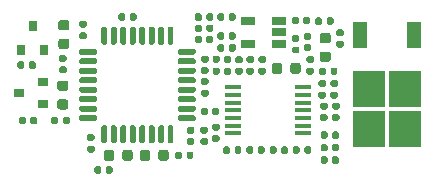
<source format=gtp>
G04 #@! TF.GenerationSoftware,KiCad,Pcbnew,(5.99.0-10483-ga6ad7a4a70)*
G04 #@! TF.CreationDate,2021-06-04T21:48:54+03:00*
G04 #@! TF.ProjectId,hellen1-wbo,68656c6c-656e-4312-9d77-626f2e6b6963,rev?*
G04 #@! TF.SameCoordinates,PX4a19ba0PY5aa5910*
G04 #@! TF.FileFunction,Paste,Top*
G04 #@! TF.FilePolarity,Positive*
%FSLAX46Y46*%
G04 Gerber Fmt 4.6, Leading zero omitted, Abs format (unit mm)*
G04 Created by KiCad (PCBNEW (5.99.0-10483-ga6ad7a4a70)) date 2021-06-04 21:48:54*
%MOMM*%
%LPD*%
G01*
G04 APERTURE LIST*
%ADD10R,0.900000X0.800000*%
%ADD11R,1.450000X0.450000*%
%ADD12R,2.750000X3.050000*%
%ADD13R,1.200000X2.200000*%
%ADD14R,1.220000X0.650000*%
%ADD15R,0.800000X0.900000*%
G04 APERTURE END LIST*
G04 #@! TO.C,C612*
G36*
G01*
X17422500Y9220000D02*
X17077500Y9220000D01*
G75*
G02*
X16930000Y9367500I0J147500D01*
G01*
X16930000Y9662500D01*
G75*
G02*
X17077500Y9810000I147500J0D01*
G01*
X17422500Y9810000D01*
G75*
G02*
X17570000Y9662500I0J-147500D01*
G01*
X17570000Y9367500D01*
G75*
G02*
X17422500Y9220000I-147500J0D01*
G01*
G37*
G36*
G01*
X17422500Y10190000D02*
X17077500Y10190000D01*
G75*
G02*
X16930000Y10337500I0J147500D01*
G01*
X16930000Y10632500D01*
G75*
G02*
X17077500Y10780000I147500J0D01*
G01*
X17422500Y10780000D01*
G75*
G02*
X17570000Y10632500I0J-147500D01*
G01*
X17570000Y10337500D01*
G75*
G02*
X17422500Y10190000I-147500J0D01*
G01*
G37*
G04 #@! TD*
G04 #@! TO.C,C605*
G36*
G01*
X26267500Y2957000D02*
X26267500Y2612000D01*
G75*
G02*
X26120000Y2464500I-147500J0D01*
G01*
X25825000Y2464500D01*
G75*
G02*
X25677500Y2612000I0J147500D01*
G01*
X25677500Y2957000D01*
G75*
G02*
X25825000Y3104500I147500J0D01*
G01*
X26120000Y3104500D01*
G75*
G02*
X26267500Y2957000I0J-147500D01*
G01*
G37*
G36*
G01*
X25297500Y2957000D02*
X25297500Y2612000D01*
G75*
G02*
X25150000Y2464500I-147500J0D01*
G01*
X24855000Y2464500D01*
G75*
G02*
X24707500Y2612000I0J147500D01*
G01*
X24707500Y2957000D01*
G75*
G02*
X24855000Y3104500I147500J0D01*
G01*
X25150000Y3104500D01*
G75*
G02*
X25297500Y2957000I0J-147500D01*
G01*
G37*
G04 #@! TD*
G04 #@! TO.C,C607*
G36*
G01*
X26930000Y9279500D02*
X26930000Y9624500D01*
G75*
G02*
X27077500Y9772000I147500J0D01*
G01*
X27372500Y9772000D01*
G75*
G02*
X27520000Y9624500I0J-147500D01*
G01*
X27520000Y9279500D01*
G75*
G02*
X27372500Y9132000I-147500J0D01*
G01*
X27077500Y9132000D01*
G75*
G02*
X26930000Y9279500I0J147500D01*
G01*
G37*
G36*
G01*
X27900000Y9279500D02*
X27900000Y9624500D01*
G75*
G02*
X28047500Y9772000I147500J0D01*
G01*
X28342500Y9772000D01*
G75*
G02*
X28490000Y9624500I0J-147500D01*
G01*
X28490000Y9279500D01*
G75*
G02*
X28342500Y9132000I-147500J0D01*
G01*
X28047500Y9132000D01*
G75*
G02*
X27900000Y9279500I0J147500D01*
G01*
G37*
G04 #@! TD*
G04 #@! TO.C,C613*
G36*
G01*
X1524000Y5118500D02*
X1524000Y5463500D01*
G75*
G02*
X1671500Y5611000I147500J0D01*
G01*
X1966500Y5611000D01*
G75*
G02*
X2114000Y5463500I0J-147500D01*
G01*
X2114000Y5118500D01*
G75*
G02*
X1966500Y4971000I-147500J0D01*
G01*
X1671500Y4971000D01*
G75*
G02*
X1524000Y5118500I0J147500D01*
G01*
G37*
G36*
G01*
X2494000Y5118500D02*
X2494000Y5463500D01*
G75*
G02*
X2641500Y5611000I147500J0D01*
G01*
X2936500Y5611000D01*
G75*
G02*
X3084000Y5463500I0J-147500D01*
G01*
X3084000Y5118500D01*
G75*
G02*
X2936500Y4971000I-147500J0D01*
G01*
X2641500Y4971000D01*
G75*
G02*
X2494000Y5118500I0J147500D01*
G01*
G37*
G04 #@! TD*
G04 #@! TO.C,C616*
G36*
G01*
X4968750Y8675000D02*
X5481250Y8675000D01*
G75*
G02*
X5700000Y8456250I0J-218750D01*
G01*
X5700000Y8018750D01*
G75*
G02*
X5481250Y7800000I-218750J0D01*
G01*
X4968750Y7800000D01*
G75*
G02*
X4750000Y8018750I0J218750D01*
G01*
X4750000Y8456250D01*
G75*
G02*
X4968750Y8675000I218750J0D01*
G01*
G37*
G36*
G01*
X4968750Y7100000D02*
X5481250Y7100000D01*
G75*
G02*
X5700000Y6881250I0J-218750D01*
G01*
X5700000Y6443750D01*
G75*
G02*
X5481250Y6225000I-218750J0D01*
G01*
X4968750Y6225000D01*
G75*
G02*
X4750000Y6443750I0J218750D01*
G01*
X4750000Y6881250D01*
G75*
G02*
X4968750Y7100000I218750J0D01*
G01*
G37*
G04 #@! TD*
G04 #@! TO.C,R609*
G36*
G01*
X22929000Y9449750D02*
X22929000Y9962250D01*
G75*
G02*
X23147750Y10181000I218750J0D01*
G01*
X23585250Y10181000D01*
G75*
G02*
X23804000Y9962250I0J-218750D01*
G01*
X23804000Y9449750D01*
G75*
G02*
X23585250Y9231000I-218750J0D01*
G01*
X23147750Y9231000D01*
G75*
G02*
X22929000Y9449750I0J218750D01*
G01*
G37*
G36*
G01*
X24504000Y9449750D02*
X24504000Y9962250D01*
G75*
G02*
X24722750Y10181000I218750J0D01*
G01*
X25160250Y10181000D01*
G75*
G02*
X25379000Y9962250I0J-218750D01*
G01*
X25379000Y9449750D01*
G75*
G02*
X25160250Y9231000I-218750J0D01*
G01*
X24722750Y9231000D01*
G75*
G02*
X24504000Y9449750I0J218750D01*
G01*
G37*
G04 #@! TD*
G04 #@! TO.C,R607*
G36*
G01*
X24299000Y2957000D02*
X24299000Y2612000D01*
G75*
G02*
X24151500Y2464500I-147500J0D01*
G01*
X23856500Y2464500D01*
G75*
G02*
X23709000Y2612000I0J147500D01*
G01*
X23709000Y2957000D01*
G75*
G02*
X23856500Y3104500I147500J0D01*
G01*
X24151500Y3104500D01*
G75*
G02*
X24299000Y2957000I0J-147500D01*
G01*
G37*
G36*
G01*
X23329000Y2957000D02*
X23329000Y2612000D01*
G75*
G02*
X23181500Y2464500I-147500J0D01*
G01*
X22886500Y2464500D01*
G75*
G02*
X22739000Y2612000I0J147500D01*
G01*
X22739000Y2957000D01*
G75*
G02*
X22886500Y3104500I147500J0D01*
G01*
X23181500Y3104500D01*
G75*
G02*
X23329000Y2957000I0J-147500D01*
G01*
G37*
G04 #@! TD*
G04 #@! TO.C,R601*
G36*
G01*
X27374500Y7148000D02*
X27029500Y7148000D01*
G75*
G02*
X26882000Y7295500I0J147500D01*
G01*
X26882000Y7590500D01*
G75*
G02*
X27029500Y7738000I147500J0D01*
G01*
X27374500Y7738000D01*
G75*
G02*
X27522000Y7590500I0J-147500D01*
G01*
X27522000Y7295500D01*
G75*
G02*
X27374500Y7148000I-147500J0D01*
G01*
G37*
G36*
G01*
X27374500Y8118000D02*
X27029500Y8118000D01*
G75*
G02*
X26882000Y8265500I0J147500D01*
G01*
X26882000Y8560500D01*
G75*
G02*
X27029500Y8708000I147500J0D01*
G01*
X27374500Y8708000D01*
G75*
G02*
X27522000Y8560500I0J-147500D01*
G01*
X27522000Y8265500D01*
G75*
G02*
X27374500Y8118000I-147500J0D01*
G01*
G37*
G04 #@! TD*
G04 #@! TO.C,R614*
G36*
G01*
X25777500Y12730000D02*
X26122500Y12730000D01*
G75*
G02*
X26270000Y12582500I0J-147500D01*
G01*
X26270000Y12287500D01*
G75*
G02*
X26122500Y12140000I-147500J0D01*
G01*
X25777500Y12140000D01*
G75*
G02*
X25630000Y12287500I0J147500D01*
G01*
X25630000Y12582500D01*
G75*
G02*
X25777500Y12730000I147500J0D01*
G01*
G37*
G36*
G01*
X25777500Y11760000D02*
X26122500Y11760000D01*
G75*
G02*
X26270000Y11612500I0J-147500D01*
G01*
X26270000Y11317500D01*
G75*
G02*
X26122500Y11170000I-147500J0D01*
G01*
X25777500Y11170000D01*
G75*
G02*
X25630000Y11317500I0J147500D01*
G01*
X25630000Y11612500D01*
G75*
G02*
X25777500Y11760000I147500J0D01*
G01*
G37*
G04 #@! TD*
G04 #@! TO.C,R615*
G36*
G01*
X24620000Y13577500D02*
X24620000Y13922500D01*
G75*
G02*
X24767500Y14070000I147500J0D01*
G01*
X25062500Y14070000D01*
G75*
G02*
X25210000Y13922500I0J-147500D01*
G01*
X25210000Y13577500D01*
G75*
G02*
X25062500Y13430000I-147500J0D01*
G01*
X24767500Y13430000D01*
G75*
G02*
X24620000Y13577500I0J147500D01*
G01*
G37*
G36*
G01*
X25590000Y13577500D02*
X25590000Y13922500D01*
G75*
G02*
X25737500Y14070000I147500J0D01*
G01*
X26032500Y14070000D01*
G75*
G02*
X26180000Y13922500I0J-147500D01*
G01*
X26180000Y13577500D01*
G75*
G02*
X26032500Y13430000I-147500J0D01*
G01*
X25737500Y13430000D01*
G75*
G02*
X25590000Y13577500I0J147500D01*
G01*
G37*
G04 #@! TD*
G04 #@! TO.C,R621*
G36*
G01*
X18320000Y13877500D02*
X18320000Y14222500D01*
G75*
G02*
X18467500Y14370000I147500J0D01*
G01*
X18762500Y14370000D01*
G75*
G02*
X18910000Y14222500I0J-147500D01*
G01*
X18910000Y13877500D01*
G75*
G02*
X18762500Y13730000I-147500J0D01*
G01*
X18467500Y13730000D01*
G75*
G02*
X18320000Y13877500I0J147500D01*
G01*
G37*
G36*
G01*
X19290000Y13877500D02*
X19290000Y14222500D01*
G75*
G02*
X19437500Y14370000I147500J0D01*
G01*
X19732500Y14370000D01*
G75*
G02*
X19880000Y14222500I0J-147500D01*
G01*
X19880000Y13877500D01*
G75*
G02*
X19732500Y13730000I-147500J0D01*
G01*
X19437500Y13730000D01*
G75*
G02*
X19290000Y13877500I0J147500D01*
G01*
G37*
G04 #@! TD*
G04 #@! TO.C,R619*
G36*
G01*
X22330500Y2957000D02*
X22330500Y2612000D01*
G75*
G02*
X22183000Y2464500I-147500J0D01*
G01*
X21888000Y2464500D01*
G75*
G02*
X21740500Y2612000I0J147500D01*
G01*
X21740500Y2957000D01*
G75*
G02*
X21888000Y3104500I147500J0D01*
G01*
X22183000Y3104500D01*
G75*
G02*
X22330500Y2957000I0J-147500D01*
G01*
G37*
G36*
G01*
X21360500Y2957000D02*
X21360500Y2612000D01*
G75*
G02*
X21213000Y2464500I-147500J0D01*
G01*
X20918000Y2464500D01*
G75*
G02*
X20770500Y2612000I0J147500D01*
G01*
X20770500Y2957000D01*
G75*
G02*
X20918000Y3104500I147500J0D01*
G01*
X21213000Y3104500D01*
G75*
G02*
X21360500Y2957000I0J-147500D01*
G01*
G37*
G04 #@! TD*
G04 #@! TO.C,R620*
G36*
G01*
X20362000Y2957000D02*
X20362000Y2612000D01*
G75*
G02*
X20214500Y2464500I-147500J0D01*
G01*
X19919500Y2464500D01*
G75*
G02*
X19772000Y2612000I0J147500D01*
G01*
X19772000Y2957000D01*
G75*
G02*
X19919500Y3104500I147500J0D01*
G01*
X20214500Y3104500D01*
G75*
G02*
X20362000Y2957000I0J-147500D01*
G01*
G37*
G36*
G01*
X19392000Y2957000D02*
X19392000Y2612000D01*
G75*
G02*
X19244500Y2464500I-147500J0D01*
G01*
X18949500Y2464500D01*
G75*
G02*
X18802000Y2612000I0J147500D01*
G01*
X18802000Y2957000D01*
G75*
G02*
X18949500Y3104500I147500J0D01*
G01*
X19244500Y3104500D01*
G75*
G02*
X19392000Y2957000I0J-147500D01*
G01*
G37*
G04 #@! TD*
G04 #@! TO.C,R606*
G36*
G01*
X26358500Y9180000D02*
X26013500Y9180000D01*
G75*
G02*
X25866000Y9327500I0J147500D01*
G01*
X25866000Y9622500D01*
G75*
G02*
X26013500Y9770000I147500J0D01*
G01*
X26358500Y9770000D01*
G75*
G02*
X26506000Y9622500I0J-147500D01*
G01*
X26506000Y9327500D01*
G75*
G02*
X26358500Y9180000I-147500J0D01*
G01*
G37*
G36*
G01*
X26358500Y10150000D02*
X26013500Y10150000D01*
G75*
G02*
X25866000Y10297500I0J147500D01*
G01*
X25866000Y10592500D01*
G75*
G02*
X26013500Y10740000I147500J0D01*
G01*
X26358500Y10740000D01*
G75*
G02*
X26506000Y10592500I0J-147500D01*
G01*
X26506000Y10297500D01*
G75*
G02*
X26358500Y10150000I-147500J0D01*
G01*
G37*
G04 #@! TD*
D10*
G04 #@! TO.C,U604*
X3558000Y6652400D03*
X3558000Y8552400D03*
X1558000Y7602400D03*
G04 #@! TD*
D11*
G04 #@! TO.C,U600*
X19680000Y8100000D03*
X19680000Y7450000D03*
X19680000Y6800000D03*
X19680000Y6150000D03*
X19680000Y5500000D03*
X19680000Y4850000D03*
X19680000Y4200000D03*
X25580000Y4200000D03*
X25580000Y4850000D03*
X25580000Y5500000D03*
X25580000Y6150000D03*
X25580000Y6800000D03*
X25580000Y7450000D03*
X25580000Y8100000D03*
G04 #@! TD*
G04 #@! TO.C,C600*
G36*
G01*
X28390500Y7148000D02*
X28045500Y7148000D01*
G75*
G02*
X27898000Y7295500I0J147500D01*
G01*
X27898000Y7590500D01*
G75*
G02*
X28045500Y7738000I147500J0D01*
G01*
X28390500Y7738000D01*
G75*
G02*
X28538000Y7590500I0J-147500D01*
G01*
X28538000Y7295500D01*
G75*
G02*
X28390500Y7148000I-147500J0D01*
G01*
G37*
G36*
G01*
X28390500Y8118000D02*
X28045500Y8118000D01*
G75*
G02*
X27898000Y8265500I0J147500D01*
G01*
X27898000Y8560500D01*
G75*
G02*
X28045500Y8708000I147500J0D01*
G01*
X28390500Y8708000D01*
G75*
G02*
X28538000Y8560500I0J-147500D01*
G01*
X28538000Y8265500D01*
G75*
G02*
X28390500Y8118000I-147500J0D01*
G01*
G37*
G04 #@! TD*
G04 #@! TO.C,C608*
G36*
G01*
X16420000Y12927500D02*
X16420000Y13272500D01*
G75*
G02*
X16567500Y13420000I147500J0D01*
G01*
X16862500Y13420000D01*
G75*
G02*
X17010000Y13272500I0J-147500D01*
G01*
X17010000Y12927500D01*
G75*
G02*
X16862500Y12780000I-147500J0D01*
G01*
X16567500Y12780000D01*
G75*
G02*
X16420000Y12927500I0J147500D01*
G01*
G37*
G36*
G01*
X17390000Y12927500D02*
X17390000Y13272500D01*
G75*
G02*
X17537500Y13420000I147500J0D01*
G01*
X17832500Y13420000D01*
G75*
G02*
X17980000Y13272500I0J-147500D01*
G01*
X17980000Y12927500D01*
G75*
G02*
X17832500Y12780000I-147500J0D01*
G01*
X17537500Y12780000D01*
G75*
G02*
X17390000Y12927500I0J147500D01*
G01*
G37*
G04 #@! TD*
G04 #@! TO.C,R624*
G36*
G01*
X17980000Y14222500D02*
X17980000Y13877500D01*
G75*
G02*
X17832500Y13730000I-147500J0D01*
G01*
X17537500Y13730000D01*
G75*
G02*
X17390000Y13877500I0J147500D01*
G01*
X17390000Y14222500D01*
G75*
G02*
X17537500Y14370000I147500J0D01*
G01*
X17832500Y14370000D01*
G75*
G02*
X17980000Y14222500I0J-147500D01*
G01*
G37*
G36*
G01*
X17010000Y14222500D02*
X17010000Y13877500D01*
G75*
G02*
X16862500Y13730000I-147500J0D01*
G01*
X16567500Y13730000D01*
G75*
G02*
X16420000Y13877500I0J147500D01*
G01*
X16420000Y14222500D01*
G75*
G02*
X16567500Y14370000I147500J0D01*
G01*
X16862500Y14370000D01*
G75*
G02*
X17010000Y14222500I0J-147500D01*
G01*
G37*
G04 #@! TD*
G04 #@! TO.C,C611*
G36*
G01*
X17077500Y8880000D02*
X17422500Y8880000D01*
G75*
G02*
X17570000Y8732500I0J-147500D01*
G01*
X17570000Y8437500D01*
G75*
G02*
X17422500Y8290000I-147500J0D01*
G01*
X17077500Y8290000D01*
G75*
G02*
X16930000Y8437500I0J147500D01*
G01*
X16930000Y8732500D01*
G75*
G02*
X17077500Y8880000I147500J0D01*
G01*
G37*
G36*
G01*
X17077500Y7910000D02*
X17422500Y7910000D01*
G75*
G02*
X17570000Y7762500I0J-147500D01*
G01*
X17570000Y7467500D01*
G75*
G02*
X17422500Y7320000I-147500J0D01*
G01*
X17077500Y7320000D01*
G75*
G02*
X16930000Y7467500I0J147500D01*
G01*
X16930000Y7762500D01*
G75*
G02*
X17077500Y7910000I147500J0D01*
G01*
G37*
G04 #@! TD*
G04 #@! TO.C,R622*
G36*
G01*
X28872500Y11470000D02*
X28527500Y11470000D01*
G75*
G02*
X28380000Y11617500I0J147500D01*
G01*
X28380000Y11912500D01*
G75*
G02*
X28527500Y12060000I147500J0D01*
G01*
X28872500Y12060000D01*
G75*
G02*
X29020000Y11912500I0J-147500D01*
G01*
X29020000Y11617500D01*
G75*
G02*
X28872500Y11470000I-147500J0D01*
G01*
G37*
G36*
G01*
X28872500Y12440000D02*
X28527500Y12440000D01*
G75*
G02*
X28380000Y12587500I0J147500D01*
G01*
X28380000Y12882500D01*
G75*
G02*
X28527500Y13030000I147500J0D01*
G01*
X28872500Y13030000D01*
G75*
G02*
X29020000Y12882500I0J-147500D01*
G01*
X29020000Y12587500D01*
G75*
G02*
X28872500Y12440000I-147500J0D01*
G01*
G37*
G04 #@! TD*
G04 #@! TO.C,R617*
G36*
G01*
X9935000Y13877500D02*
X9935000Y14222500D01*
G75*
G02*
X10082500Y14370000I147500J0D01*
G01*
X10377500Y14370000D01*
G75*
G02*
X10525000Y14222500I0J-147500D01*
G01*
X10525000Y13877500D01*
G75*
G02*
X10377500Y13730000I-147500J0D01*
G01*
X10082500Y13730000D01*
G75*
G02*
X9935000Y13877500I0J147500D01*
G01*
G37*
G36*
G01*
X10905000Y13877500D02*
X10905000Y14222500D01*
G75*
G02*
X11052500Y14370000I147500J0D01*
G01*
X11347500Y14370000D01*
G75*
G02*
X11495000Y14222500I0J-147500D01*
G01*
X11495000Y13877500D01*
G75*
G02*
X11347500Y13730000I-147500J0D01*
G01*
X11052500Y13730000D01*
G75*
G02*
X10905000Y13877500I0J147500D01*
G01*
G37*
G04 #@! TD*
G04 #@! TO.C,C614*
G36*
G01*
X15877500Y4780000D02*
X16222500Y4780000D01*
G75*
G02*
X16370000Y4632500I0J-147500D01*
G01*
X16370000Y4337500D01*
G75*
G02*
X16222500Y4190000I-147500J0D01*
G01*
X15877500Y4190000D01*
G75*
G02*
X15730000Y4337500I0J147500D01*
G01*
X15730000Y4632500D01*
G75*
G02*
X15877500Y4780000I147500J0D01*
G01*
G37*
G36*
G01*
X15877500Y3810000D02*
X16222500Y3810000D01*
G75*
G02*
X16370000Y3662500I0J-147500D01*
G01*
X16370000Y3367500D01*
G75*
G02*
X16222500Y3220000I-147500J0D01*
G01*
X15877500Y3220000D01*
G75*
G02*
X15730000Y3367500I0J147500D01*
G01*
X15730000Y3662500D01*
G75*
G02*
X15877500Y3810000I147500J0D01*
G01*
G37*
G04 #@! TD*
G04 #@! TO.C,C615*
G36*
G01*
X7122500Y12170000D02*
X6777500Y12170000D01*
G75*
G02*
X6630000Y12317500I0J147500D01*
G01*
X6630000Y12612500D01*
G75*
G02*
X6777500Y12760000I147500J0D01*
G01*
X7122500Y12760000D01*
G75*
G02*
X7270000Y12612500I0J-147500D01*
G01*
X7270000Y12317500D01*
G75*
G02*
X7122500Y12170000I-147500J0D01*
G01*
G37*
G36*
G01*
X7122500Y13140000D02*
X6777500Y13140000D01*
G75*
G02*
X6630000Y13287500I0J147500D01*
G01*
X6630000Y13582500D01*
G75*
G02*
X6777500Y13730000I147500J0D01*
G01*
X7122500Y13730000D01*
G75*
G02*
X7270000Y13582500I0J-147500D01*
G01*
X7270000Y13287500D01*
G75*
G02*
X7122500Y13140000I-147500J0D01*
G01*
G37*
G04 #@! TD*
D12*
G04 #@! TO.C,Q600*
X34225000Y7950000D03*
X31175000Y7950000D03*
X34225000Y4600000D03*
X31175000Y4600000D03*
D13*
X34980000Y12575000D03*
X30420000Y12575000D03*
G04 #@! TD*
G04 #@! TO.C,R612*
G36*
G01*
X27055000Y1777500D02*
X27055000Y2122500D01*
G75*
G02*
X27202500Y2270000I147500J0D01*
G01*
X27497500Y2270000D01*
G75*
G02*
X27645000Y2122500I0J-147500D01*
G01*
X27645000Y1777500D01*
G75*
G02*
X27497500Y1630000I-147500J0D01*
G01*
X27202500Y1630000D01*
G75*
G02*
X27055000Y1777500I0J147500D01*
G01*
G37*
G36*
G01*
X28025000Y1777500D02*
X28025000Y2122500D01*
G75*
G02*
X28172500Y2270000I147500J0D01*
G01*
X28467500Y2270000D01*
G75*
G02*
X28615000Y2122500I0J-147500D01*
G01*
X28615000Y1777500D01*
G75*
G02*
X28467500Y1630000I-147500J0D01*
G01*
X28172500Y1630000D01*
G75*
G02*
X28025000Y1777500I0J147500D01*
G01*
G37*
G04 #@! TD*
G04 #@! TO.C,R618*
G36*
G01*
X17372500Y3220000D02*
X17027500Y3220000D01*
G75*
G02*
X16880000Y3367500I0J147500D01*
G01*
X16880000Y3662500D01*
G75*
G02*
X17027500Y3810000I147500J0D01*
G01*
X17372500Y3810000D01*
G75*
G02*
X17520000Y3662500I0J-147500D01*
G01*
X17520000Y3367500D01*
G75*
G02*
X17372500Y3220000I-147500J0D01*
G01*
G37*
G36*
G01*
X17372500Y4190000D02*
X17027500Y4190000D01*
G75*
G02*
X16880000Y4337500I0J147500D01*
G01*
X16880000Y4632500D01*
G75*
G02*
X17027500Y4780000I147500J0D01*
G01*
X17372500Y4780000D01*
G75*
G02*
X17520000Y4632500I0J-147500D01*
G01*
X17520000Y4337500D01*
G75*
G02*
X17372500Y4190000I-147500J0D01*
G01*
G37*
G04 #@! TD*
G04 #@! TO.C,R616*
G36*
G01*
X26605000Y13527500D02*
X26605000Y13872500D01*
G75*
G02*
X26752500Y14020000I147500J0D01*
G01*
X27047500Y14020000D01*
G75*
G02*
X27195000Y13872500I0J-147500D01*
G01*
X27195000Y13527500D01*
G75*
G02*
X27047500Y13380000I-147500J0D01*
G01*
X26752500Y13380000D01*
G75*
G02*
X26605000Y13527500I0J147500D01*
G01*
G37*
G36*
G01*
X27575000Y13527500D02*
X27575000Y13872500D01*
G75*
G02*
X27722500Y14020000I147500J0D01*
G01*
X28017500Y14020000D01*
G75*
G02*
X28165000Y13872500I0J-147500D01*
G01*
X28165000Y13527500D01*
G75*
G02*
X28017500Y13380000I-147500J0D01*
G01*
X27722500Y13380000D01*
G75*
G02*
X27575000Y13527500I0J147500D01*
G01*
G37*
G04 #@! TD*
G04 #@! TO.C,R623*
G36*
G01*
X18012500Y5025000D02*
X18357500Y5025000D01*
G75*
G02*
X18505000Y4877500I0J-147500D01*
G01*
X18505000Y4582500D01*
G75*
G02*
X18357500Y4435000I-147500J0D01*
G01*
X18012500Y4435000D01*
G75*
G02*
X17865000Y4582500I0J147500D01*
G01*
X17865000Y4877500D01*
G75*
G02*
X18012500Y5025000I147500J0D01*
G01*
G37*
G36*
G01*
X18012500Y4055000D02*
X18357500Y4055000D01*
G75*
G02*
X18505000Y3907500I0J-147500D01*
G01*
X18505000Y3612500D01*
G75*
G02*
X18357500Y3465000I-147500J0D01*
G01*
X18012500Y3465000D01*
G75*
G02*
X17865000Y3612500I0J147500D01*
G01*
X17865000Y3907500D01*
G75*
G02*
X18012500Y4055000I147500J0D01*
G01*
G37*
G04 #@! TD*
G04 #@! TO.C,R625*
G36*
G01*
X4270000Y5127500D02*
X4270000Y5472500D01*
G75*
G02*
X4417500Y5620000I147500J0D01*
G01*
X4712500Y5620000D01*
G75*
G02*
X4860000Y5472500I0J-147500D01*
G01*
X4860000Y5127500D01*
G75*
G02*
X4712500Y4980000I-147500J0D01*
G01*
X4417500Y4980000D01*
G75*
G02*
X4270000Y5127500I0J147500D01*
G01*
G37*
G36*
G01*
X5240000Y5127500D02*
X5240000Y5472500D01*
G75*
G02*
X5387500Y5620000I147500J0D01*
G01*
X5682500Y5620000D01*
G75*
G02*
X5830000Y5472500I0J-147500D01*
G01*
X5830000Y5127500D01*
G75*
G02*
X5682500Y4980000I-147500J0D01*
G01*
X5387500Y4980000D01*
G75*
G02*
X5240000Y5127500I0J147500D01*
G01*
G37*
G04 #@! TD*
G04 #@! TO.C,D601*
G36*
G01*
X14203000Y2596250D02*
X14203000Y2083750D01*
G75*
G02*
X13984250Y1865000I-218750J0D01*
G01*
X13546750Y1865000D01*
G75*
G02*
X13328000Y2083750I0J218750D01*
G01*
X13328000Y2596250D01*
G75*
G02*
X13546750Y2815000I218750J0D01*
G01*
X13984250Y2815000D01*
G75*
G02*
X14203000Y2596250I0J-218750D01*
G01*
G37*
G36*
G01*
X12628000Y2596250D02*
X12628000Y2083750D01*
G75*
G02*
X12409250Y1865000I-218750J0D01*
G01*
X11971750Y1865000D01*
G75*
G02*
X11753000Y2083750I0J218750D01*
G01*
X11753000Y2596250D01*
G75*
G02*
X11971750Y2815000I218750J0D01*
G01*
X12409250Y2815000D01*
G75*
G02*
X12628000Y2596250I0J-218750D01*
G01*
G37*
G04 #@! TD*
G04 #@! TO.C,R626*
G36*
G01*
X16298000Y2512500D02*
X16298000Y2167500D01*
G75*
G02*
X16150500Y2020000I-147500J0D01*
G01*
X15855500Y2020000D01*
G75*
G02*
X15708000Y2167500I0J147500D01*
G01*
X15708000Y2512500D01*
G75*
G02*
X15855500Y2660000I147500J0D01*
G01*
X16150500Y2660000D01*
G75*
G02*
X16298000Y2512500I0J-147500D01*
G01*
G37*
G36*
G01*
X15328000Y2512500D02*
X15328000Y2167500D01*
G75*
G02*
X15180500Y2020000I-147500J0D01*
G01*
X14885500Y2020000D01*
G75*
G02*
X14738000Y2167500I0J147500D01*
G01*
X14738000Y2512500D01*
G75*
G02*
X14885500Y2660000I147500J0D01*
G01*
X15180500Y2660000D01*
G75*
G02*
X15328000Y2512500I0J-147500D01*
G01*
G37*
G04 #@! TD*
G04 #@! TO.C,R604*
G36*
G01*
X19473000Y9624500D02*
X19473000Y9279500D01*
G75*
G02*
X19325500Y9132000I-147500J0D01*
G01*
X19030500Y9132000D01*
G75*
G02*
X18883000Y9279500I0J147500D01*
G01*
X18883000Y9624500D01*
G75*
G02*
X19030500Y9772000I147500J0D01*
G01*
X19325500Y9772000D01*
G75*
G02*
X19473000Y9624500I0J-147500D01*
G01*
G37*
G36*
G01*
X18503000Y9624500D02*
X18503000Y9279500D01*
G75*
G02*
X18355500Y9132000I-147500J0D01*
G01*
X18060500Y9132000D01*
G75*
G02*
X17913000Y9279500I0J147500D01*
G01*
X17913000Y9624500D01*
G75*
G02*
X18060500Y9772000I147500J0D01*
G01*
X18355500Y9772000D01*
G75*
G02*
X18503000Y9624500I0J-147500D01*
G01*
G37*
G04 #@! TD*
G04 #@! TO.C,R605*
G36*
G01*
X20933500Y10740000D02*
X21278500Y10740000D01*
G75*
G02*
X21426000Y10592500I0J-147500D01*
G01*
X21426000Y10297500D01*
G75*
G02*
X21278500Y10150000I-147500J0D01*
G01*
X20933500Y10150000D01*
G75*
G02*
X20786000Y10297500I0J147500D01*
G01*
X20786000Y10592500D01*
G75*
G02*
X20933500Y10740000I147500J0D01*
G01*
G37*
G36*
G01*
X20933500Y9770000D02*
X21278500Y9770000D01*
G75*
G02*
X21426000Y9622500I0J-147500D01*
G01*
X21426000Y9327500D01*
G75*
G02*
X21278500Y9180000I-147500J0D01*
G01*
X20933500Y9180000D01*
G75*
G02*
X20786000Y9327500I0J147500D01*
G01*
X20786000Y9622500D01*
G75*
G02*
X20933500Y9770000I147500J0D01*
G01*
G37*
G04 #@! TD*
G04 #@! TO.C,R608*
G36*
G01*
X19977500Y10740000D02*
X20322500Y10740000D01*
G75*
G02*
X20470000Y10592500I0J-147500D01*
G01*
X20470000Y10297500D01*
G75*
G02*
X20322500Y10150000I-147500J0D01*
G01*
X19977500Y10150000D01*
G75*
G02*
X19830000Y10297500I0J147500D01*
G01*
X19830000Y10592500D01*
G75*
G02*
X19977500Y10740000I147500J0D01*
G01*
G37*
G36*
G01*
X19977500Y9770000D02*
X20322500Y9770000D01*
G75*
G02*
X20470000Y9622500I0J-147500D01*
G01*
X20470000Y9327500D01*
G75*
G02*
X20322500Y9180000I-147500J0D01*
G01*
X19977500Y9180000D01*
G75*
G02*
X19830000Y9327500I0J147500D01*
G01*
X19830000Y9622500D01*
G75*
G02*
X19977500Y9770000I147500J0D01*
G01*
G37*
G04 #@! TD*
G04 #@! TO.C,C603*
G36*
G01*
X19473000Y10640500D02*
X19473000Y10295500D01*
G75*
G02*
X19325500Y10148000I-147500J0D01*
G01*
X19030500Y10148000D01*
G75*
G02*
X18883000Y10295500I0J147500D01*
G01*
X18883000Y10640500D01*
G75*
G02*
X19030500Y10788000I147500J0D01*
G01*
X19325500Y10788000D01*
G75*
G02*
X19473000Y10640500I0J-147500D01*
G01*
G37*
G36*
G01*
X18503000Y10640500D02*
X18503000Y10295500D01*
G75*
G02*
X18355500Y10148000I-147500J0D01*
G01*
X18060500Y10148000D01*
G75*
G02*
X17913000Y10295500I0J147500D01*
G01*
X17913000Y10640500D01*
G75*
G02*
X18060500Y10788000I147500J0D01*
G01*
X18355500Y10788000D01*
G75*
G02*
X18503000Y10640500I0J-147500D01*
G01*
G37*
G04 #@! TD*
D14*
G04 #@! TO.C,U601*
X23560000Y11800000D03*
X23560000Y12750000D03*
X23560000Y13700000D03*
X20940000Y13700000D03*
X20940000Y11800000D03*
G04 #@! TD*
G04 #@! TO.C,R603*
G36*
G01*
X21949500Y10740000D02*
X22294500Y10740000D01*
G75*
G02*
X22442000Y10592500I0J-147500D01*
G01*
X22442000Y10297500D01*
G75*
G02*
X22294500Y10150000I-147500J0D01*
G01*
X21949500Y10150000D01*
G75*
G02*
X21802000Y10297500I0J147500D01*
G01*
X21802000Y10592500D01*
G75*
G02*
X21949500Y10740000I147500J0D01*
G01*
G37*
G36*
G01*
X21949500Y9770000D02*
X22294500Y9770000D01*
G75*
G02*
X22442000Y9622500I0J-147500D01*
G01*
X22442000Y9327500D01*
G75*
G02*
X22294500Y9180000I-147500J0D01*
G01*
X21949500Y9180000D01*
G75*
G02*
X21802000Y9327500I0J147500D01*
G01*
X21802000Y9622500D01*
G75*
G02*
X21949500Y9770000I147500J0D01*
G01*
G37*
G04 #@! TD*
G04 #@! TO.C,R613*
G36*
G01*
X24777500Y12530000D02*
X25122500Y12530000D01*
G75*
G02*
X25270000Y12382500I0J-147500D01*
G01*
X25270000Y12087500D01*
G75*
G02*
X25122500Y11940000I-147500J0D01*
G01*
X24777500Y11940000D01*
G75*
G02*
X24630000Y12087500I0J147500D01*
G01*
X24630000Y12382500D01*
G75*
G02*
X24777500Y12530000I147500J0D01*
G01*
G37*
G36*
G01*
X24777500Y11560000D02*
X25122500Y11560000D01*
G75*
G02*
X25270000Y11412500I0J-147500D01*
G01*
X25270000Y11117500D01*
G75*
G02*
X25122500Y10970000I-147500J0D01*
G01*
X24777500Y10970000D01*
G75*
G02*
X24630000Y11117500I0J147500D01*
G01*
X24630000Y11412500D01*
G75*
G02*
X24777500Y11560000I147500J0D01*
G01*
G37*
G04 #@! TD*
G04 #@! TO.C,C601*
G36*
G01*
X28172500Y6803000D02*
X28517500Y6803000D01*
G75*
G02*
X28665000Y6655500I0J-147500D01*
G01*
X28665000Y6360500D01*
G75*
G02*
X28517500Y6213000I-147500J0D01*
G01*
X28172500Y6213000D01*
G75*
G02*
X28025000Y6360500I0J147500D01*
G01*
X28025000Y6655500D01*
G75*
G02*
X28172500Y6803000I147500J0D01*
G01*
G37*
G36*
G01*
X28172500Y5833000D02*
X28517500Y5833000D01*
G75*
G02*
X28665000Y5685500I0J-147500D01*
G01*
X28665000Y5390500D01*
G75*
G02*
X28517500Y5243000I-147500J0D01*
G01*
X28172500Y5243000D01*
G75*
G02*
X28025000Y5390500I0J147500D01*
G01*
X28025000Y5685500D01*
G75*
G02*
X28172500Y5833000I147500J0D01*
G01*
G37*
G04 #@! TD*
G04 #@! TO.C,D600*
G36*
G01*
X27712250Y10259000D02*
X27199750Y10259000D01*
G75*
G02*
X26981000Y10477750I0J218750D01*
G01*
X26981000Y10915250D01*
G75*
G02*
X27199750Y11134000I218750J0D01*
G01*
X27712250Y11134000D01*
G75*
G02*
X27931000Y10915250I0J-218750D01*
G01*
X27931000Y10477750D01*
G75*
G02*
X27712250Y10259000I-218750J0D01*
G01*
G37*
G36*
G01*
X27712250Y11834000D02*
X27199750Y11834000D01*
G75*
G02*
X26981000Y12052750I0J218750D01*
G01*
X26981000Y12490250D01*
G75*
G02*
X27199750Y12709000I218750J0D01*
G01*
X27712250Y12709000D01*
G75*
G02*
X27931000Y12490250I0J-218750D01*
G01*
X27931000Y12052750D01*
G75*
G02*
X27712250Y11834000I-218750J0D01*
G01*
G37*
G04 #@! TD*
G04 #@! TO.C,R610*
G36*
G01*
X27055000Y3877500D02*
X27055000Y4222500D01*
G75*
G02*
X27202500Y4370000I147500J0D01*
G01*
X27497500Y4370000D01*
G75*
G02*
X27645000Y4222500I0J-147500D01*
G01*
X27645000Y3877500D01*
G75*
G02*
X27497500Y3730000I-147500J0D01*
G01*
X27202500Y3730000D01*
G75*
G02*
X27055000Y3877500I0J147500D01*
G01*
G37*
G36*
G01*
X28025000Y3877500D02*
X28025000Y4222500D01*
G75*
G02*
X28172500Y4370000I147500J0D01*
G01*
X28467500Y4370000D01*
G75*
G02*
X28615000Y4222500I0J-147500D01*
G01*
X28615000Y3877500D01*
G75*
G02*
X28467500Y3730000I-147500J0D01*
G01*
X28172500Y3730000D01*
G75*
G02*
X28025000Y3877500I0J147500D01*
G01*
G37*
G04 #@! TD*
G04 #@! TO.C,R611*
G36*
G01*
X28615000Y3172500D02*
X28615000Y2827500D01*
G75*
G02*
X28467500Y2680000I-147500J0D01*
G01*
X28172500Y2680000D01*
G75*
G02*
X28025000Y2827500I0J147500D01*
G01*
X28025000Y3172500D01*
G75*
G02*
X28172500Y3320000I147500J0D01*
G01*
X28467500Y3320000D01*
G75*
G02*
X28615000Y3172500I0J-147500D01*
G01*
G37*
G36*
G01*
X27645000Y3172500D02*
X27645000Y2827500D01*
G75*
G02*
X27497500Y2680000I-147500J0D01*
G01*
X27202500Y2680000D01*
G75*
G02*
X27055000Y2827500I0J147500D01*
G01*
X27055000Y3172500D01*
G75*
G02*
X27202500Y3320000I147500J0D01*
G01*
X27497500Y3320000D01*
G75*
G02*
X27645000Y3172500I0J-147500D01*
G01*
G37*
G04 #@! TD*
G04 #@! TO.C,D602*
G36*
G01*
X8705000Y2083750D02*
X8705000Y2596250D01*
G75*
G02*
X8923750Y2815000I218750J0D01*
G01*
X9361250Y2815000D01*
G75*
G02*
X9580000Y2596250I0J-218750D01*
G01*
X9580000Y2083750D01*
G75*
G02*
X9361250Y1865000I-218750J0D01*
G01*
X8923750Y1865000D01*
G75*
G02*
X8705000Y2083750I0J218750D01*
G01*
G37*
G36*
G01*
X10280000Y2083750D02*
X10280000Y2596250D01*
G75*
G02*
X10498750Y2815000I218750J0D01*
G01*
X10936250Y2815000D01*
G75*
G02*
X11155000Y2596250I0J-218750D01*
G01*
X11155000Y2083750D01*
G75*
G02*
X10936250Y1865000I-218750J0D01*
G01*
X10498750Y1865000D01*
G75*
G02*
X10280000Y2083750I0J218750D01*
G01*
G37*
G04 #@! TD*
G04 #@! TO.C,R627*
G36*
G01*
X7885000Y927500D02*
X7885000Y1272500D01*
G75*
G02*
X8032500Y1420000I147500J0D01*
G01*
X8327500Y1420000D01*
G75*
G02*
X8475000Y1272500I0J-147500D01*
G01*
X8475000Y927500D01*
G75*
G02*
X8327500Y780000I-147500J0D01*
G01*
X8032500Y780000D01*
G75*
G02*
X7885000Y927500I0J147500D01*
G01*
G37*
G36*
G01*
X8855000Y927500D02*
X8855000Y1272500D01*
G75*
G02*
X9002500Y1420000I147500J0D01*
G01*
X9297500Y1420000D01*
G75*
G02*
X9445000Y1272500I0J-147500D01*
G01*
X9445000Y927500D01*
G75*
G02*
X9297500Y780000I-147500J0D01*
G01*
X9002500Y780000D01*
G75*
G02*
X8855000Y927500I0J147500D01*
G01*
G37*
G04 #@! TD*
G04 #@! TO.C,C602*
G36*
G01*
X19880000Y11622500D02*
X19880000Y11277500D01*
G75*
G02*
X19732500Y11130000I-147500J0D01*
G01*
X19437500Y11130000D01*
G75*
G02*
X19290000Y11277500I0J147500D01*
G01*
X19290000Y11622500D01*
G75*
G02*
X19437500Y11770000I147500J0D01*
G01*
X19732500Y11770000D01*
G75*
G02*
X19880000Y11622500I0J-147500D01*
G01*
G37*
G36*
G01*
X18910000Y11622500D02*
X18910000Y11277500D01*
G75*
G02*
X18762500Y11130000I-147500J0D01*
G01*
X18467500Y11130000D01*
G75*
G02*
X18320000Y11277500I0J147500D01*
G01*
X18320000Y11622500D01*
G75*
G02*
X18467500Y11770000I147500J0D01*
G01*
X18762500Y11770000D01*
G75*
G02*
X18910000Y11622500I0J-147500D01*
G01*
G37*
G04 #@! TD*
G04 #@! TO.C,U602*
G36*
G01*
X16475000Y5625000D02*
X16475000Y5375000D01*
G75*
G02*
X16350000Y5250000I-125000J0D01*
G01*
X15100000Y5250000D01*
G75*
G02*
X14975000Y5375000I0J125000D01*
G01*
X14975000Y5625000D01*
G75*
G02*
X15100000Y5750000I125000J0D01*
G01*
X16350000Y5750000D01*
G75*
G02*
X16475000Y5625000I0J-125000D01*
G01*
G37*
G36*
G01*
X16475000Y6425000D02*
X16475000Y6175000D01*
G75*
G02*
X16350000Y6050000I-125000J0D01*
G01*
X15100000Y6050000D01*
G75*
G02*
X14975000Y6175000I0J125000D01*
G01*
X14975000Y6425000D01*
G75*
G02*
X15100000Y6550000I125000J0D01*
G01*
X16350000Y6550000D01*
G75*
G02*
X16475000Y6425000I0J-125000D01*
G01*
G37*
G36*
G01*
X16475000Y7225000D02*
X16475000Y6975000D01*
G75*
G02*
X16350000Y6850000I-125000J0D01*
G01*
X15100000Y6850000D01*
G75*
G02*
X14975000Y6975000I0J125000D01*
G01*
X14975000Y7225000D01*
G75*
G02*
X15100000Y7350000I125000J0D01*
G01*
X16350000Y7350000D01*
G75*
G02*
X16475000Y7225000I0J-125000D01*
G01*
G37*
G36*
G01*
X16475000Y8025000D02*
X16475000Y7775000D01*
G75*
G02*
X16350000Y7650000I-125000J0D01*
G01*
X15100000Y7650000D01*
G75*
G02*
X14975000Y7775000I0J125000D01*
G01*
X14975000Y8025000D01*
G75*
G02*
X15100000Y8150000I125000J0D01*
G01*
X16350000Y8150000D01*
G75*
G02*
X16475000Y8025000I0J-125000D01*
G01*
G37*
G36*
G01*
X16475000Y8825000D02*
X16475000Y8575000D01*
G75*
G02*
X16350000Y8450000I-125000J0D01*
G01*
X15100000Y8450000D01*
G75*
G02*
X14975000Y8575000I0J125000D01*
G01*
X14975000Y8825000D01*
G75*
G02*
X15100000Y8950000I125000J0D01*
G01*
X16350000Y8950000D01*
G75*
G02*
X16475000Y8825000I0J-125000D01*
G01*
G37*
G36*
G01*
X16475000Y9625000D02*
X16475000Y9375000D01*
G75*
G02*
X16350000Y9250000I-125000J0D01*
G01*
X15100000Y9250000D01*
G75*
G02*
X14975000Y9375000I0J125000D01*
G01*
X14975000Y9625000D01*
G75*
G02*
X15100000Y9750000I125000J0D01*
G01*
X16350000Y9750000D01*
G75*
G02*
X16475000Y9625000I0J-125000D01*
G01*
G37*
G36*
G01*
X16475000Y10425000D02*
X16475000Y10175000D01*
G75*
G02*
X16350000Y10050000I-125000J0D01*
G01*
X15100000Y10050000D01*
G75*
G02*
X14975000Y10175000I0J125000D01*
G01*
X14975000Y10425000D01*
G75*
G02*
X15100000Y10550000I125000J0D01*
G01*
X16350000Y10550000D01*
G75*
G02*
X16475000Y10425000I0J-125000D01*
G01*
G37*
G36*
G01*
X16475000Y11225000D02*
X16475000Y10975000D01*
G75*
G02*
X16350000Y10850000I-125000J0D01*
G01*
X15100000Y10850000D01*
G75*
G02*
X14975000Y10975000I0J125000D01*
G01*
X14975000Y11225000D01*
G75*
G02*
X15100000Y11350000I125000J0D01*
G01*
X16350000Y11350000D01*
G75*
G02*
X16475000Y11225000I0J-125000D01*
G01*
G37*
G36*
G01*
X14600000Y13100000D02*
X14600000Y11850000D01*
G75*
G02*
X14475000Y11725000I-125000J0D01*
G01*
X14225000Y11725000D01*
G75*
G02*
X14100000Y11850000I0J125000D01*
G01*
X14100000Y13100000D01*
G75*
G02*
X14225000Y13225000I125000J0D01*
G01*
X14475000Y13225000D01*
G75*
G02*
X14600000Y13100000I0J-125000D01*
G01*
G37*
G36*
G01*
X13800000Y13100000D02*
X13800000Y11850000D01*
G75*
G02*
X13675000Y11725000I-125000J0D01*
G01*
X13425000Y11725000D01*
G75*
G02*
X13300000Y11850000I0J125000D01*
G01*
X13300000Y13100000D01*
G75*
G02*
X13425000Y13225000I125000J0D01*
G01*
X13675000Y13225000D01*
G75*
G02*
X13800000Y13100000I0J-125000D01*
G01*
G37*
G36*
G01*
X13000000Y13100000D02*
X13000000Y11850000D01*
G75*
G02*
X12875000Y11725000I-125000J0D01*
G01*
X12625000Y11725000D01*
G75*
G02*
X12500000Y11850000I0J125000D01*
G01*
X12500000Y13100000D01*
G75*
G02*
X12625000Y13225000I125000J0D01*
G01*
X12875000Y13225000D01*
G75*
G02*
X13000000Y13100000I0J-125000D01*
G01*
G37*
G36*
G01*
X12200000Y13100000D02*
X12200000Y11850000D01*
G75*
G02*
X12075000Y11725000I-125000J0D01*
G01*
X11825000Y11725000D01*
G75*
G02*
X11700000Y11850000I0J125000D01*
G01*
X11700000Y13100000D01*
G75*
G02*
X11825000Y13225000I125000J0D01*
G01*
X12075000Y13225000D01*
G75*
G02*
X12200000Y13100000I0J-125000D01*
G01*
G37*
G36*
G01*
X11400000Y13100000D02*
X11400000Y11850000D01*
G75*
G02*
X11275000Y11725000I-125000J0D01*
G01*
X11025000Y11725000D01*
G75*
G02*
X10900000Y11850000I0J125000D01*
G01*
X10900000Y13100000D01*
G75*
G02*
X11025000Y13225000I125000J0D01*
G01*
X11275000Y13225000D01*
G75*
G02*
X11400000Y13100000I0J-125000D01*
G01*
G37*
G36*
G01*
X10600000Y13100000D02*
X10600000Y11850000D01*
G75*
G02*
X10475000Y11725000I-125000J0D01*
G01*
X10225000Y11725000D01*
G75*
G02*
X10100000Y11850000I0J125000D01*
G01*
X10100000Y13100000D01*
G75*
G02*
X10225000Y13225000I125000J0D01*
G01*
X10475000Y13225000D01*
G75*
G02*
X10600000Y13100000I0J-125000D01*
G01*
G37*
G36*
G01*
X9800000Y13100000D02*
X9800000Y11850000D01*
G75*
G02*
X9675000Y11725000I-125000J0D01*
G01*
X9425000Y11725000D01*
G75*
G02*
X9300000Y11850000I0J125000D01*
G01*
X9300000Y13100000D01*
G75*
G02*
X9425000Y13225000I125000J0D01*
G01*
X9675000Y13225000D01*
G75*
G02*
X9800000Y13100000I0J-125000D01*
G01*
G37*
G36*
G01*
X9000000Y13100000D02*
X9000000Y11850000D01*
G75*
G02*
X8875000Y11725000I-125000J0D01*
G01*
X8625000Y11725000D01*
G75*
G02*
X8500000Y11850000I0J125000D01*
G01*
X8500000Y13100000D01*
G75*
G02*
X8625000Y13225000I125000J0D01*
G01*
X8875000Y13225000D01*
G75*
G02*
X9000000Y13100000I0J-125000D01*
G01*
G37*
G36*
G01*
X8125000Y11225000D02*
X8125000Y10975000D01*
G75*
G02*
X8000000Y10850000I-125000J0D01*
G01*
X6750000Y10850000D01*
G75*
G02*
X6625000Y10975000I0J125000D01*
G01*
X6625000Y11225000D01*
G75*
G02*
X6750000Y11350000I125000J0D01*
G01*
X8000000Y11350000D01*
G75*
G02*
X8125000Y11225000I0J-125000D01*
G01*
G37*
G36*
G01*
X8125000Y10425000D02*
X8125000Y10175000D01*
G75*
G02*
X8000000Y10050000I-125000J0D01*
G01*
X6750000Y10050000D01*
G75*
G02*
X6625000Y10175000I0J125000D01*
G01*
X6625000Y10425000D01*
G75*
G02*
X6750000Y10550000I125000J0D01*
G01*
X8000000Y10550000D01*
G75*
G02*
X8125000Y10425000I0J-125000D01*
G01*
G37*
G36*
G01*
X8125000Y9625000D02*
X8125000Y9375000D01*
G75*
G02*
X8000000Y9250000I-125000J0D01*
G01*
X6750000Y9250000D01*
G75*
G02*
X6625000Y9375000I0J125000D01*
G01*
X6625000Y9625000D01*
G75*
G02*
X6750000Y9750000I125000J0D01*
G01*
X8000000Y9750000D01*
G75*
G02*
X8125000Y9625000I0J-125000D01*
G01*
G37*
G36*
G01*
X8125000Y8825000D02*
X8125000Y8575000D01*
G75*
G02*
X8000000Y8450000I-125000J0D01*
G01*
X6750000Y8450000D01*
G75*
G02*
X6625000Y8575000I0J125000D01*
G01*
X6625000Y8825000D01*
G75*
G02*
X6750000Y8950000I125000J0D01*
G01*
X8000000Y8950000D01*
G75*
G02*
X8125000Y8825000I0J-125000D01*
G01*
G37*
G36*
G01*
X8125000Y8025000D02*
X8125000Y7775000D01*
G75*
G02*
X8000000Y7650000I-125000J0D01*
G01*
X6750000Y7650000D01*
G75*
G02*
X6625000Y7775000I0J125000D01*
G01*
X6625000Y8025000D01*
G75*
G02*
X6750000Y8150000I125000J0D01*
G01*
X8000000Y8150000D01*
G75*
G02*
X8125000Y8025000I0J-125000D01*
G01*
G37*
G36*
G01*
X8125000Y7225000D02*
X8125000Y6975000D01*
G75*
G02*
X8000000Y6850000I-125000J0D01*
G01*
X6750000Y6850000D01*
G75*
G02*
X6625000Y6975000I0J125000D01*
G01*
X6625000Y7225000D01*
G75*
G02*
X6750000Y7350000I125000J0D01*
G01*
X8000000Y7350000D01*
G75*
G02*
X8125000Y7225000I0J-125000D01*
G01*
G37*
G36*
G01*
X8125000Y6425000D02*
X8125000Y6175000D01*
G75*
G02*
X8000000Y6050000I-125000J0D01*
G01*
X6750000Y6050000D01*
G75*
G02*
X6625000Y6175000I0J125000D01*
G01*
X6625000Y6425000D01*
G75*
G02*
X6750000Y6550000I125000J0D01*
G01*
X8000000Y6550000D01*
G75*
G02*
X8125000Y6425000I0J-125000D01*
G01*
G37*
G36*
G01*
X8125000Y5625000D02*
X8125000Y5375000D01*
G75*
G02*
X8000000Y5250000I-125000J0D01*
G01*
X6750000Y5250000D01*
G75*
G02*
X6625000Y5375000I0J125000D01*
G01*
X6625000Y5625000D01*
G75*
G02*
X6750000Y5750000I125000J0D01*
G01*
X8000000Y5750000D01*
G75*
G02*
X8125000Y5625000I0J-125000D01*
G01*
G37*
G36*
G01*
X9000000Y4750000D02*
X9000000Y3500000D01*
G75*
G02*
X8875000Y3375000I-125000J0D01*
G01*
X8625000Y3375000D01*
G75*
G02*
X8500000Y3500000I0J125000D01*
G01*
X8500000Y4750000D01*
G75*
G02*
X8625000Y4875000I125000J0D01*
G01*
X8875000Y4875000D01*
G75*
G02*
X9000000Y4750000I0J-125000D01*
G01*
G37*
G36*
G01*
X9800000Y4750000D02*
X9800000Y3500000D01*
G75*
G02*
X9675000Y3375000I-125000J0D01*
G01*
X9425000Y3375000D01*
G75*
G02*
X9300000Y3500000I0J125000D01*
G01*
X9300000Y4750000D01*
G75*
G02*
X9425000Y4875000I125000J0D01*
G01*
X9675000Y4875000D01*
G75*
G02*
X9800000Y4750000I0J-125000D01*
G01*
G37*
G36*
G01*
X10600000Y4750000D02*
X10600000Y3500000D01*
G75*
G02*
X10475000Y3375000I-125000J0D01*
G01*
X10225000Y3375000D01*
G75*
G02*
X10100000Y3500000I0J125000D01*
G01*
X10100000Y4750000D01*
G75*
G02*
X10225000Y4875000I125000J0D01*
G01*
X10475000Y4875000D01*
G75*
G02*
X10600000Y4750000I0J-125000D01*
G01*
G37*
G36*
G01*
X11400000Y4750000D02*
X11400000Y3500000D01*
G75*
G02*
X11275000Y3375000I-125000J0D01*
G01*
X11025000Y3375000D01*
G75*
G02*
X10900000Y3500000I0J125000D01*
G01*
X10900000Y4750000D01*
G75*
G02*
X11025000Y4875000I125000J0D01*
G01*
X11275000Y4875000D01*
G75*
G02*
X11400000Y4750000I0J-125000D01*
G01*
G37*
G36*
G01*
X12200000Y4750000D02*
X12200000Y3500000D01*
G75*
G02*
X12075000Y3375000I-125000J0D01*
G01*
X11825000Y3375000D01*
G75*
G02*
X11700000Y3500000I0J125000D01*
G01*
X11700000Y4750000D01*
G75*
G02*
X11825000Y4875000I125000J0D01*
G01*
X12075000Y4875000D01*
G75*
G02*
X12200000Y4750000I0J-125000D01*
G01*
G37*
G36*
G01*
X13000000Y4750000D02*
X13000000Y3500000D01*
G75*
G02*
X12875000Y3375000I-125000J0D01*
G01*
X12625000Y3375000D01*
G75*
G02*
X12500000Y3500000I0J125000D01*
G01*
X12500000Y4750000D01*
G75*
G02*
X12625000Y4875000I125000J0D01*
G01*
X12875000Y4875000D01*
G75*
G02*
X13000000Y4750000I0J-125000D01*
G01*
G37*
G36*
G01*
X13800000Y4750000D02*
X13800000Y3500000D01*
G75*
G02*
X13675000Y3375000I-125000J0D01*
G01*
X13425000Y3375000D01*
G75*
G02*
X13300000Y3500000I0J125000D01*
G01*
X13300000Y4750000D01*
G75*
G02*
X13425000Y4875000I125000J0D01*
G01*
X13675000Y4875000D01*
G75*
G02*
X13800000Y4750000I0J-125000D01*
G01*
G37*
G36*
G01*
X14600000Y4750000D02*
X14600000Y3500000D01*
G75*
G02*
X14475000Y3375000I-125000J0D01*
G01*
X14225000Y3375000D01*
G75*
G02*
X14100000Y3500000I0J125000D01*
G01*
X14100000Y4750000D01*
G75*
G02*
X14225000Y4875000I125000J0D01*
G01*
X14475000Y4875000D01*
G75*
G02*
X14600000Y4750000I0J-125000D01*
G01*
G37*
G04 #@! TD*
G04 #@! TO.C,R602*
G36*
G01*
X16420000Y11977500D02*
X16420000Y12322500D01*
G75*
G02*
X16567500Y12470000I147500J0D01*
G01*
X16862500Y12470000D01*
G75*
G02*
X17010000Y12322500I0J-147500D01*
G01*
X17010000Y11977500D01*
G75*
G02*
X16862500Y11830000I-147500J0D01*
G01*
X16567500Y11830000D01*
G75*
G02*
X16420000Y11977500I0J147500D01*
G01*
G37*
G36*
G01*
X17390000Y11977500D02*
X17390000Y12322500D01*
G75*
G02*
X17537500Y12470000I147500J0D01*
G01*
X17832500Y12470000D01*
G75*
G02*
X17980000Y12322500I0J-147500D01*
G01*
X17980000Y11977500D01*
G75*
G02*
X17832500Y11830000I-147500J0D01*
G01*
X17537500Y11830000D01*
G75*
G02*
X17390000Y11977500I0J147500D01*
G01*
G37*
G04 #@! TD*
G04 #@! TO.C,C604*
G36*
G01*
X19880000Y12622500D02*
X19880000Y12277500D01*
G75*
G02*
X19732500Y12130000I-147500J0D01*
G01*
X19437500Y12130000D01*
G75*
G02*
X19290000Y12277500I0J147500D01*
G01*
X19290000Y12622500D01*
G75*
G02*
X19437500Y12770000I147500J0D01*
G01*
X19732500Y12770000D01*
G75*
G02*
X19880000Y12622500I0J-147500D01*
G01*
G37*
G36*
G01*
X18910000Y12622500D02*
X18910000Y12277500D01*
G75*
G02*
X18762500Y12130000I-147500J0D01*
G01*
X18467500Y12130000D01*
G75*
G02*
X18320000Y12277500I0J147500D01*
G01*
X18320000Y12622500D01*
G75*
G02*
X18467500Y12770000I147500J0D01*
G01*
X18762500Y12770000D01*
G75*
G02*
X18910000Y12622500I0J-147500D01*
G01*
G37*
G04 #@! TD*
G04 #@! TO.C,C606*
G36*
G01*
X18480000Y6222500D02*
X18480000Y5877500D01*
G75*
G02*
X18332500Y5730000I-147500J0D01*
G01*
X18037500Y5730000D01*
G75*
G02*
X17890000Y5877500I0J147500D01*
G01*
X17890000Y6222500D01*
G75*
G02*
X18037500Y6370000I147500J0D01*
G01*
X18332500Y6370000D01*
G75*
G02*
X18480000Y6222500I0J-147500D01*
G01*
G37*
G36*
G01*
X17510000Y6222500D02*
X17510000Y5877500D01*
G75*
G02*
X17362500Y5730000I-147500J0D01*
G01*
X17067500Y5730000D01*
G75*
G02*
X16920000Y5877500I0J147500D01*
G01*
X16920000Y6222500D01*
G75*
G02*
X17067500Y6370000I147500J0D01*
G01*
X17362500Y6370000D01*
G75*
G02*
X17510000Y6222500I0J-147500D01*
G01*
G37*
G04 #@! TD*
G04 #@! TO.C,R628*
G36*
G01*
X5070050Y10839950D02*
X5415050Y10839950D01*
G75*
G02*
X5562550Y10692450I0J-147500D01*
G01*
X5562550Y10397450D01*
G75*
G02*
X5415050Y10249950I-147500J0D01*
G01*
X5070050Y10249950D01*
G75*
G02*
X4922550Y10397450I0J147500D01*
G01*
X4922550Y10692450D01*
G75*
G02*
X5070050Y10839950I147500J0D01*
G01*
G37*
G36*
G01*
X5070050Y9869950D02*
X5415050Y9869950D01*
G75*
G02*
X5562550Y9722450I0J-147500D01*
G01*
X5562550Y9427450D01*
G75*
G02*
X5415050Y9279950I-147500J0D01*
G01*
X5070050Y9279950D01*
G75*
G02*
X4922550Y9427450I0J147500D01*
G01*
X4922550Y9722450D01*
G75*
G02*
X5070050Y9869950I147500J0D01*
G01*
G37*
G04 #@! TD*
G04 #@! TO.C,C609*
G36*
G01*
X7427500Y4145000D02*
X7772500Y4145000D01*
G75*
G02*
X7920000Y3997500I0J-147500D01*
G01*
X7920000Y3702500D01*
G75*
G02*
X7772500Y3555000I-147500J0D01*
G01*
X7427500Y3555000D01*
G75*
G02*
X7280000Y3702500I0J147500D01*
G01*
X7280000Y3997500D01*
G75*
G02*
X7427500Y4145000I147500J0D01*
G01*
G37*
G36*
G01*
X7427500Y3175000D02*
X7772500Y3175000D01*
G75*
G02*
X7920000Y3027500I0J-147500D01*
G01*
X7920000Y2732500D01*
G75*
G02*
X7772500Y2585000I-147500J0D01*
G01*
X7427500Y2585000D01*
G75*
G02*
X7280000Y2732500I0J147500D01*
G01*
X7280000Y3027500D01*
G75*
G02*
X7427500Y3175000I147500J0D01*
G01*
G37*
G04 #@! TD*
G04 #@! TO.C,C610*
G36*
G01*
X1397000Y9817500D02*
X1397000Y10162500D01*
G75*
G02*
X1544500Y10310000I147500J0D01*
G01*
X1839500Y10310000D01*
G75*
G02*
X1987000Y10162500I0J-147500D01*
G01*
X1987000Y9817500D01*
G75*
G02*
X1839500Y9670000I-147500J0D01*
G01*
X1544500Y9670000D01*
G75*
G02*
X1397000Y9817500I0J147500D01*
G01*
G37*
G36*
G01*
X2367000Y9817500D02*
X2367000Y10162500D01*
G75*
G02*
X2514500Y10310000I147500J0D01*
G01*
X2809500Y10310000D01*
G75*
G02*
X2957000Y10162500I0J-147500D01*
G01*
X2957000Y9817500D01*
G75*
G02*
X2809500Y9670000I-147500J0D01*
G01*
X2514500Y9670000D01*
G75*
G02*
X2367000Y9817500I0J147500D01*
G01*
G37*
G04 #@! TD*
D15*
G04 #@! TO.C,U603*
X1735000Y11276000D03*
X3635000Y11276000D03*
X2685000Y13276000D03*
G04 #@! TD*
G04 #@! TO.C,R600*
G36*
G01*
X27501500Y5243000D02*
X27156500Y5243000D01*
G75*
G02*
X27009000Y5390500I0J147500D01*
G01*
X27009000Y5685500D01*
G75*
G02*
X27156500Y5833000I147500J0D01*
G01*
X27501500Y5833000D01*
G75*
G02*
X27649000Y5685500I0J-147500D01*
G01*
X27649000Y5390500D01*
G75*
G02*
X27501500Y5243000I-147500J0D01*
G01*
G37*
G36*
G01*
X27501500Y6213000D02*
X27156500Y6213000D01*
G75*
G02*
X27009000Y6360500I0J147500D01*
G01*
X27009000Y6655500D01*
G75*
G02*
X27156500Y6803000I147500J0D01*
G01*
X27501500Y6803000D01*
G75*
G02*
X27649000Y6655500I0J-147500D01*
G01*
X27649000Y6360500D01*
G75*
G02*
X27501500Y6213000I-147500J0D01*
G01*
G37*
G04 #@! TD*
G04 #@! TO.C,D603*
G36*
G01*
X5061300Y13794950D02*
X5573800Y13794950D01*
G75*
G02*
X5792550Y13576200I0J-218750D01*
G01*
X5792550Y13138700D01*
G75*
G02*
X5573800Y12919950I-218750J0D01*
G01*
X5061300Y12919950D01*
G75*
G02*
X4842550Y13138700I0J218750D01*
G01*
X4842550Y13576200D01*
G75*
G02*
X5061300Y13794950I218750J0D01*
G01*
G37*
G36*
G01*
X5061300Y12219950D02*
X5573800Y12219950D01*
G75*
G02*
X5792550Y12001200I0J-218750D01*
G01*
X5792550Y11563700D01*
G75*
G02*
X5573800Y11344950I-218750J0D01*
G01*
X5061300Y11344950D01*
G75*
G02*
X4842550Y11563700I0J218750D01*
G01*
X4842550Y12001200D01*
G75*
G02*
X5061300Y12219950I218750J0D01*
G01*
G37*
G04 #@! TD*
M02*

</source>
